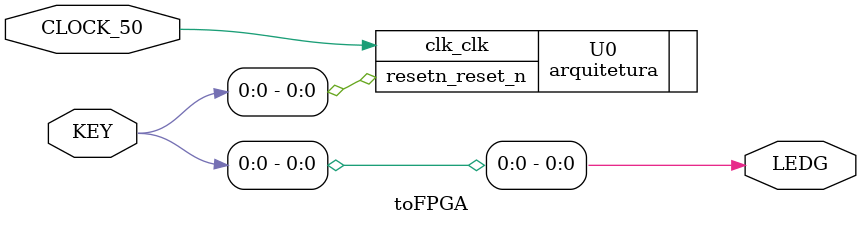
<source format=v>
module toFPGA (CLOCK_50, KEY, LEDG);
	input CLOCK_50;
	input [3:0] KEY;
	output [8:0] LEDG;
	
	arquitetura U0 (.clk_clk(CLOCK_50), .resetn_reset_n(KEY[0]));
	
	assign LEDG[0] = KEY[0];

endmodule

</source>
